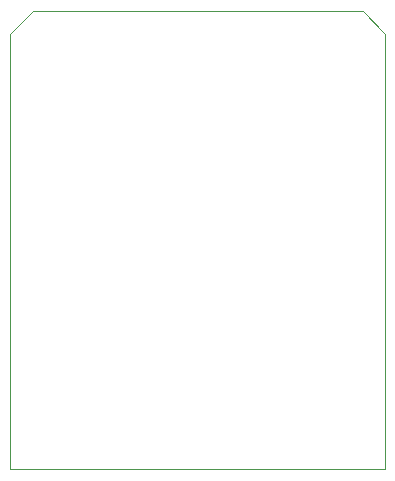
<source format=gm1>
G04 #@! TF.FileFunction,Profile,NP*
%FSLAX46Y46*%
G04 Gerber Fmt 4.6, Leading zero omitted, Abs format (unit mm)*
G04 Created by KiCad (PCBNEW 4.0.5) date 01/13/17 18:23:13*
%MOMM*%
%LPD*%
G01*
G04 APERTURE LIST*
%ADD10C,0.100000*%
G04 APERTURE END LIST*
D10*
X140332563Y-134620000D02*
X172082836Y-134620000D01*
X170172802Y-95885000D02*
X142253303Y-95885000D01*
X140335000Y-97790000D02*
X142240000Y-95885000D01*
X170180000Y-95885000D02*
X172085000Y-97790000D01*
X140335000Y-134577174D02*
X140335000Y-97782821D01*
X172085000Y-134620000D02*
X172085000Y-97787258D01*
M02*

</source>
